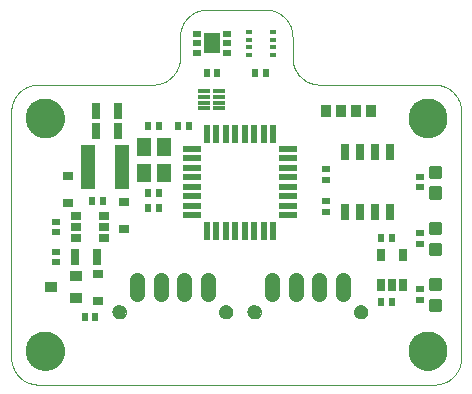
<source format=gts>
G75*
%MOIN*%
%OFA0B0*%
%FSLAX25Y25*%
%IPPOS*%
%LPD*%
%AMOC8*
5,1,8,0,0,1.08239X$1,22.5*
%
%ADD10C,0.00000*%
%ADD11C,0.12998*%
%ADD12R,0.01975X0.02762*%
%ADD13R,0.03156X0.05518*%
%ADD14R,0.03668X0.02880*%
%ADD15R,0.05124X0.14967*%
%ADD16R,0.02762X0.01975*%
%ADD17R,0.06109X0.02369*%
%ADD18R,0.02369X0.06109*%
%ADD19R,0.02900X0.05400*%
%ADD20R,0.03550X0.02880*%
%ADD21R,0.03600X0.03900*%
%ADD22R,0.05124X0.05912*%
%ADD23R,0.03943X0.03550*%
%ADD24C,0.05156*%
%ADD25C,0.04731*%
%ADD26C,0.01561*%
%ADD27R,0.02565X0.01975*%
%ADD28R,0.05321X0.07093*%
%ADD29R,0.02369X0.01778*%
%ADD30R,0.03117X0.04298*%
%ADD31R,0.04337X0.01384*%
D10*
X0014550Y0006924D02*
X0146550Y0006924D01*
X0146767Y0006927D01*
X0146985Y0006935D01*
X0147202Y0006948D01*
X0147419Y0006966D01*
X0147635Y0006990D01*
X0147850Y0007018D01*
X0148065Y0007052D01*
X0148279Y0007092D01*
X0148492Y0007136D01*
X0148704Y0007186D01*
X0148914Y0007240D01*
X0149124Y0007300D01*
X0149331Y0007364D01*
X0149537Y0007434D01*
X0149741Y0007509D01*
X0149944Y0007588D01*
X0150144Y0007673D01*
X0150343Y0007762D01*
X0150539Y0007856D01*
X0150733Y0007955D01*
X0150924Y0008058D01*
X0151113Y0008166D01*
X0151299Y0008279D01*
X0151482Y0008396D01*
X0151663Y0008517D01*
X0151840Y0008643D01*
X0152014Y0008773D01*
X0152186Y0008907D01*
X0152354Y0009045D01*
X0152518Y0009187D01*
X0152679Y0009334D01*
X0152837Y0009484D01*
X0152990Y0009637D01*
X0153140Y0009795D01*
X0153287Y0009956D01*
X0153429Y0010120D01*
X0153567Y0010288D01*
X0153701Y0010460D01*
X0153831Y0010634D01*
X0153957Y0010811D01*
X0154078Y0010992D01*
X0154195Y0011175D01*
X0154308Y0011361D01*
X0154416Y0011550D01*
X0154519Y0011741D01*
X0154618Y0011935D01*
X0154712Y0012131D01*
X0154801Y0012330D01*
X0154886Y0012530D01*
X0154965Y0012733D01*
X0155040Y0012937D01*
X0155110Y0013143D01*
X0155174Y0013350D01*
X0155234Y0013560D01*
X0155288Y0013770D01*
X0155338Y0013982D01*
X0155382Y0014195D01*
X0155422Y0014409D01*
X0155456Y0014624D01*
X0155484Y0014839D01*
X0155508Y0015055D01*
X0155526Y0015272D01*
X0155539Y0015489D01*
X0155547Y0015707D01*
X0155550Y0015924D01*
X0155550Y0097924D01*
X0155547Y0098141D01*
X0155539Y0098359D01*
X0155526Y0098576D01*
X0155508Y0098793D01*
X0155484Y0099009D01*
X0155456Y0099224D01*
X0155422Y0099439D01*
X0155382Y0099653D01*
X0155338Y0099866D01*
X0155288Y0100078D01*
X0155234Y0100288D01*
X0155174Y0100498D01*
X0155110Y0100705D01*
X0155040Y0100911D01*
X0154965Y0101115D01*
X0154886Y0101318D01*
X0154801Y0101518D01*
X0154712Y0101717D01*
X0154618Y0101913D01*
X0154519Y0102107D01*
X0154416Y0102298D01*
X0154308Y0102487D01*
X0154195Y0102673D01*
X0154078Y0102856D01*
X0153957Y0103037D01*
X0153831Y0103214D01*
X0153701Y0103388D01*
X0153567Y0103560D01*
X0153429Y0103728D01*
X0153287Y0103892D01*
X0153140Y0104053D01*
X0152990Y0104211D01*
X0152837Y0104364D01*
X0152679Y0104514D01*
X0152518Y0104661D01*
X0152354Y0104803D01*
X0152186Y0104941D01*
X0152014Y0105075D01*
X0151840Y0105205D01*
X0151663Y0105331D01*
X0151482Y0105452D01*
X0151299Y0105569D01*
X0151113Y0105682D01*
X0150924Y0105790D01*
X0150733Y0105893D01*
X0150539Y0105992D01*
X0150343Y0106086D01*
X0150144Y0106175D01*
X0149944Y0106260D01*
X0149741Y0106339D01*
X0149537Y0106414D01*
X0149331Y0106484D01*
X0149124Y0106548D01*
X0148914Y0106608D01*
X0148704Y0106662D01*
X0148492Y0106712D01*
X0148279Y0106756D01*
X0148065Y0106796D01*
X0147850Y0106830D01*
X0147635Y0106858D01*
X0147419Y0106882D01*
X0147202Y0106900D01*
X0146985Y0106913D01*
X0146767Y0106921D01*
X0146550Y0106924D01*
X0108300Y0106924D01*
X0108083Y0106927D01*
X0107865Y0106935D01*
X0107648Y0106948D01*
X0107431Y0106966D01*
X0107215Y0106990D01*
X0107000Y0107018D01*
X0106785Y0107052D01*
X0106571Y0107092D01*
X0106358Y0107136D01*
X0106146Y0107186D01*
X0105936Y0107240D01*
X0105726Y0107300D01*
X0105519Y0107364D01*
X0105313Y0107434D01*
X0105109Y0107509D01*
X0104906Y0107588D01*
X0104706Y0107673D01*
X0104507Y0107762D01*
X0104311Y0107856D01*
X0104117Y0107955D01*
X0103926Y0108058D01*
X0103737Y0108166D01*
X0103551Y0108279D01*
X0103368Y0108396D01*
X0103187Y0108517D01*
X0103010Y0108643D01*
X0102836Y0108773D01*
X0102664Y0108907D01*
X0102496Y0109045D01*
X0102332Y0109187D01*
X0102171Y0109334D01*
X0102013Y0109484D01*
X0101860Y0109637D01*
X0101710Y0109795D01*
X0101563Y0109956D01*
X0101421Y0110120D01*
X0101283Y0110288D01*
X0101149Y0110460D01*
X0101019Y0110634D01*
X0100893Y0110811D01*
X0100772Y0110992D01*
X0100655Y0111175D01*
X0100542Y0111361D01*
X0100434Y0111550D01*
X0100331Y0111741D01*
X0100232Y0111935D01*
X0100138Y0112131D01*
X0100049Y0112330D01*
X0099964Y0112530D01*
X0099885Y0112733D01*
X0099810Y0112937D01*
X0099740Y0113143D01*
X0099676Y0113350D01*
X0099616Y0113560D01*
X0099562Y0113770D01*
X0099512Y0113982D01*
X0099468Y0114195D01*
X0099428Y0114409D01*
X0099394Y0114624D01*
X0099366Y0114839D01*
X0099342Y0115055D01*
X0099324Y0115272D01*
X0099311Y0115489D01*
X0099303Y0115707D01*
X0099300Y0115924D01*
X0099300Y0122924D01*
X0099297Y0123141D01*
X0099289Y0123359D01*
X0099276Y0123576D01*
X0099258Y0123793D01*
X0099234Y0124009D01*
X0099206Y0124224D01*
X0099172Y0124439D01*
X0099132Y0124653D01*
X0099088Y0124866D01*
X0099038Y0125078D01*
X0098984Y0125288D01*
X0098924Y0125498D01*
X0098860Y0125705D01*
X0098790Y0125911D01*
X0098715Y0126115D01*
X0098636Y0126318D01*
X0098551Y0126518D01*
X0098462Y0126717D01*
X0098368Y0126913D01*
X0098269Y0127107D01*
X0098166Y0127298D01*
X0098058Y0127487D01*
X0097945Y0127673D01*
X0097828Y0127856D01*
X0097707Y0128037D01*
X0097581Y0128214D01*
X0097451Y0128388D01*
X0097317Y0128560D01*
X0097179Y0128728D01*
X0097037Y0128892D01*
X0096890Y0129053D01*
X0096740Y0129211D01*
X0096587Y0129364D01*
X0096429Y0129514D01*
X0096268Y0129661D01*
X0096104Y0129803D01*
X0095936Y0129941D01*
X0095764Y0130075D01*
X0095590Y0130205D01*
X0095413Y0130331D01*
X0095232Y0130452D01*
X0095049Y0130569D01*
X0094863Y0130682D01*
X0094674Y0130790D01*
X0094483Y0130893D01*
X0094289Y0130992D01*
X0094093Y0131086D01*
X0093894Y0131175D01*
X0093694Y0131260D01*
X0093491Y0131339D01*
X0093287Y0131414D01*
X0093081Y0131484D01*
X0092874Y0131548D01*
X0092664Y0131608D01*
X0092454Y0131662D01*
X0092242Y0131712D01*
X0092029Y0131756D01*
X0091815Y0131796D01*
X0091600Y0131830D01*
X0091385Y0131858D01*
X0091169Y0131882D01*
X0090952Y0131900D01*
X0090735Y0131913D01*
X0090517Y0131921D01*
X0090300Y0131924D01*
X0070800Y0131924D01*
X0070583Y0131921D01*
X0070365Y0131913D01*
X0070148Y0131900D01*
X0069931Y0131882D01*
X0069715Y0131858D01*
X0069500Y0131830D01*
X0069285Y0131796D01*
X0069071Y0131756D01*
X0068858Y0131712D01*
X0068646Y0131662D01*
X0068436Y0131608D01*
X0068226Y0131548D01*
X0068019Y0131484D01*
X0067813Y0131414D01*
X0067609Y0131339D01*
X0067406Y0131260D01*
X0067206Y0131175D01*
X0067007Y0131086D01*
X0066811Y0130992D01*
X0066617Y0130893D01*
X0066426Y0130790D01*
X0066237Y0130682D01*
X0066051Y0130569D01*
X0065868Y0130452D01*
X0065687Y0130331D01*
X0065510Y0130205D01*
X0065336Y0130075D01*
X0065164Y0129941D01*
X0064996Y0129803D01*
X0064832Y0129661D01*
X0064671Y0129514D01*
X0064513Y0129364D01*
X0064360Y0129211D01*
X0064210Y0129053D01*
X0064063Y0128892D01*
X0063921Y0128728D01*
X0063783Y0128560D01*
X0063649Y0128388D01*
X0063519Y0128214D01*
X0063393Y0128037D01*
X0063272Y0127856D01*
X0063155Y0127673D01*
X0063042Y0127487D01*
X0062934Y0127298D01*
X0062831Y0127107D01*
X0062732Y0126913D01*
X0062638Y0126717D01*
X0062549Y0126518D01*
X0062464Y0126318D01*
X0062385Y0126115D01*
X0062310Y0125911D01*
X0062240Y0125705D01*
X0062176Y0125498D01*
X0062116Y0125288D01*
X0062062Y0125078D01*
X0062012Y0124866D01*
X0061968Y0124653D01*
X0061928Y0124439D01*
X0061894Y0124224D01*
X0061866Y0124009D01*
X0061842Y0123793D01*
X0061824Y0123576D01*
X0061811Y0123359D01*
X0061803Y0123141D01*
X0061800Y0122924D01*
X0061800Y0115924D01*
X0061797Y0115707D01*
X0061789Y0115489D01*
X0061776Y0115272D01*
X0061758Y0115055D01*
X0061734Y0114839D01*
X0061706Y0114624D01*
X0061672Y0114409D01*
X0061632Y0114195D01*
X0061588Y0113982D01*
X0061538Y0113770D01*
X0061484Y0113560D01*
X0061424Y0113350D01*
X0061360Y0113143D01*
X0061290Y0112937D01*
X0061215Y0112733D01*
X0061136Y0112530D01*
X0061051Y0112330D01*
X0060962Y0112131D01*
X0060868Y0111935D01*
X0060769Y0111741D01*
X0060666Y0111550D01*
X0060558Y0111361D01*
X0060445Y0111175D01*
X0060328Y0110992D01*
X0060207Y0110811D01*
X0060081Y0110634D01*
X0059951Y0110460D01*
X0059817Y0110288D01*
X0059679Y0110120D01*
X0059537Y0109956D01*
X0059390Y0109795D01*
X0059240Y0109637D01*
X0059087Y0109484D01*
X0058929Y0109334D01*
X0058768Y0109187D01*
X0058604Y0109045D01*
X0058436Y0108907D01*
X0058264Y0108773D01*
X0058090Y0108643D01*
X0057913Y0108517D01*
X0057732Y0108396D01*
X0057549Y0108279D01*
X0057363Y0108166D01*
X0057174Y0108058D01*
X0056983Y0107955D01*
X0056789Y0107856D01*
X0056593Y0107762D01*
X0056394Y0107673D01*
X0056194Y0107588D01*
X0055991Y0107509D01*
X0055787Y0107434D01*
X0055581Y0107364D01*
X0055374Y0107300D01*
X0055164Y0107240D01*
X0054954Y0107186D01*
X0054742Y0107136D01*
X0054529Y0107092D01*
X0054315Y0107052D01*
X0054100Y0107018D01*
X0053885Y0106990D01*
X0053669Y0106966D01*
X0053452Y0106948D01*
X0053235Y0106935D01*
X0053017Y0106927D01*
X0052800Y0106924D01*
X0014550Y0106924D01*
X0014333Y0106921D01*
X0014115Y0106913D01*
X0013898Y0106900D01*
X0013681Y0106882D01*
X0013465Y0106858D01*
X0013250Y0106830D01*
X0013035Y0106796D01*
X0012821Y0106756D01*
X0012608Y0106712D01*
X0012396Y0106662D01*
X0012186Y0106608D01*
X0011976Y0106548D01*
X0011769Y0106484D01*
X0011563Y0106414D01*
X0011359Y0106339D01*
X0011156Y0106260D01*
X0010956Y0106175D01*
X0010757Y0106086D01*
X0010561Y0105992D01*
X0010367Y0105893D01*
X0010176Y0105790D01*
X0009987Y0105682D01*
X0009801Y0105569D01*
X0009618Y0105452D01*
X0009437Y0105331D01*
X0009260Y0105205D01*
X0009086Y0105075D01*
X0008914Y0104941D01*
X0008746Y0104803D01*
X0008582Y0104661D01*
X0008421Y0104514D01*
X0008263Y0104364D01*
X0008110Y0104211D01*
X0007960Y0104053D01*
X0007813Y0103892D01*
X0007671Y0103728D01*
X0007533Y0103560D01*
X0007399Y0103388D01*
X0007269Y0103214D01*
X0007143Y0103037D01*
X0007022Y0102856D01*
X0006905Y0102673D01*
X0006792Y0102487D01*
X0006684Y0102298D01*
X0006581Y0102107D01*
X0006482Y0101913D01*
X0006388Y0101717D01*
X0006299Y0101518D01*
X0006214Y0101318D01*
X0006135Y0101115D01*
X0006060Y0100911D01*
X0005990Y0100705D01*
X0005926Y0100498D01*
X0005866Y0100288D01*
X0005812Y0100078D01*
X0005762Y0099866D01*
X0005718Y0099653D01*
X0005678Y0099439D01*
X0005644Y0099224D01*
X0005616Y0099009D01*
X0005592Y0098793D01*
X0005574Y0098576D01*
X0005561Y0098359D01*
X0005553Y0098141D01*
X0005550Y0097924D01*
X0005550Y0015924D01*
X0005553Y0015707D01*
X0005561Y0015489D01*
X0005574Y0015272D01*
X0005592Y0015055D01*
X0005616Y0014839D01*
X0005644Y0014624D01*
X0005678Y0014409D01*
X0005718Y0014195D01*
X0005762Y0013982D01*
X0005812Y0013770D01*
X0005866Y0013560D01*
X0005926Y0013350D01*
X0005990Y0013143D01*
X0006060Y0012937D01*
X0006135Y0012733D01*
X0006214Y0012530D01*
X0006299Y0012330D01*
X0006388Y0012131D01*
X0006482Y0011935D01*
X0006581Y0011741D01*
X0006684Y0011550D01*
X0006792Y0011361D01*
X0006905Y0011175D01*
X0007022Y0010992D01*
X0007143Y0010811D01*
X0007269Y0010634D01*
X0007399Y0010460D01*
X0007533Y0010288D01*
X0007671Y0010120D01*
X0007813Y0009956D01*
X0007960Y0009795D01*
X0008110Y0009637D01*
X0008263Y0009484D01*
X0008421Y0009334D01*
X0008582Y0009187D01*
X0008746Y0009045D01*
X0008914Y0008907D01*
X0009086Y0008773D01*
X0009260Y0008643D01*
X0009437Y0008517D01*
X0009618Y0008396D01*
X0009801Y0008279D01*
X0009987Y0008166D01*
X0010176Y0008058D01*
X0010367Y0007955D01*
X0010561Y0007856D01*
X0010757Y0007762D01*
X0010956Y0007673D01*
X0011156Y0007588D01*
X0011359Y0007509D01*
X0011563Y0007434D01*
X0011769Y0007364D01*
X0011976Y0007300D01*
X0012186Y0007240D01*
X0012396Y0007186D01*
X0012608Y0007136D01*
X0012821Y0007092D01*
X0013035Y0007052D01*
X0013250Y0007018D01*
X0013465Y0006990D01*
X0013681Y0006966D01*
X0013898Y0006948D01*
X0014115Y0006935D01*
X0014333Y0006927D01*
X0014550Y0006924D01*
X0010501Y0018174D02*
X0010503Y0018332D01*
X0010509Y0018490D01*
X0010519Y0018648D01*
X0010533Y0018806D01*
X0010551Y0018963D01*
X0010572Y0019120D01*
X0010598Y0019276D01*
X0010628Y0019432D01*
X0010661Y0019587D01*
X0010699Y0019740D01*
X0010740Y0019893D01*
X0010785Y0020045D01*
X0010834Y0020196D01*
X0010887Y0020345D01*
X0010943Y0020493D01*
X0011003Y0020639D01*
X0011067Y0020784D01*
X0011135Y0020927D01*
X0011206Y0021069D01*
X0011280Y0021209D01*
X0011358Y0021346D01*
X0011440Y0021482D01*
X0011524Y0021616D01*
X0011613Y0021747D01*
X0011704Y0021876D01*
X0011799Y0022003D01*
X0011896Y0022128D01*
X0011997Y0022250D01*
X0012101Y0022369D01*
X0012208Y0022486D01*
X0012318Y0022600D01*
X0012431Y0022711D01*
X0012546Y0022820D01*
X0012664Y0022925D01*
X0012785Y0023027D01*
X0012908Y0023127D01*
X0013034Y0023223D01*
X0013162Y0023316D01*
X0013292Y0023406D01*
X0013425Y0023492D01*
X0013560Y0023576D01*
X0013696Y0023655D01*
X0013835Y0023732D01*
X0013976Y0023804D01*
X0014118Y0023874D01*
X0014262Y0023939D01*
X0014408Y0024001D01*
X0014555Y0024059D01*
X0014704Y0024114D01*
X0014854Y0024165D01*
X0015005Y0024212D01*
X0015157Y0024255D01*
X0015310Y0024294D01*
X0015465Y0024330D01*
X0015620Y0024361D01*
X0015776Y0024389D01*
X0015932Y0024413D01*
X0016089Y0024433D01*
X0016247Y0024449D01*
X0016404Y0024461D01*
X0016563Y0024469D01*
X0016721Y0024473D01*
X0016879Y0024473D01*
X0017037Y0024469D01*
X0017196Y0024461D01*
X0017353Y0024449D01*
X0017511Y0024433D01*
X0017668Y0024413D01*
X0017824Y0024389D01*
X0017980Y0024361D01*
X0018135Y0024330D01*
X0018290Y0024294D01*
X0018443Y0024255D01*
X0018595Y0024212D01*
X0018746Y0024165D01*
X0018896Y0024114D01*
X0019045Y0024059D01*
X0019192Y0024001D01*
X0019338Y0023939D01*
X0019482Y0023874D01*
X0019624Y0023804D01*
X0019765Y0023732D01*
X0019904Y0023655D01*
X0020040Y0023576D01*
X0020175Y0023492D01*
X0020308Y0023406D01*
X0020438Y0023316D01*
X0020566Y0023223D01*
X0020692Y0023127D01*
X0020815Y0023027D01*
X0020936Y0022925D01*
X0021054Y0022820D01*
X0021169Y0022711D01*
X0021282Y0022600D01*
X0021392Y0022486D01*
X0021499Y0022369D01*
X0021603Y0022250D01*
X0021704Y0022128D01*
X0021801Y0022003D01*
X0021896Y0021876D01*
X0021987Y0021747D01*
X0022076Y0021616D01*
X0022160Y0021482D01*
X0022242Y0021346D01*
X0022320Y0021209D01*
X0022394Y0021069D01*
X0022465Y0020927D01*
X0022533Y0020784D01*
X0022597Y0020639D01*
X0022657Y0020493D01*
X0022713Y0020345D01*
X0022766Y0020196D01*
X0022815Y0020045D01*
X0022860Y0019893D01*
X0022901Y0019740D01*
X0022939Y0019587D01*
X0022972Y0019432D01*
X0023002Y0019276D01*
X0023028Y0019120D01*
X0023049Y0018963D01*
X0023067Y0018806D01*
X0023081Y0018648D01*
X0023091Y0018490D01*
X0023097Y0018332D01*
X0023099Y0018174D01*
X0023097Y0018016D01*
X0023091Y0017858D01*
X0023081Y0017700D01*
X0023067Y0017542D01*
X0023049Y0017385D01*
X0023028Y0017228D01*
X0023002Y0017072D01*
X0022972Y0016916D01*
X0022939Y0016761D01*
X0022901Y0016608D01*
X0022860Y0016455D01*
X0022815Y0016303D01*
X0022766Y0016152D01*
X0022713Y0016003D01*
X0022657Y0015855D01*
X0022597Y0015709D01*
X0022533Y0015564D01*
X0022465Y0015421D01*
X0022394Y0015279D01*
X0022320Y0015139D01*
X0022242Y0015002D01*
X0022160Y0014866D01*
X0022076Y0014732D01*
X0021987Y0014601D01*
X0021896Y0014472D01*
X0021801Y0014345D01*
X0021704Y0014220D01*
X0021603Y0014098D01*
X0021499Y0013979D01*
X0021392Y0013862D01*
X0021282Y0013748D01*
X0021169Y0013637D01*
X0021054Y0013528D01*
X0020936Y0013423D01*
X0020815Y0013321D01*
X0020692Y0013221D01*
X0020566Y0013125D01*
X0020438Y0013032D01*
X0020308Y0012942D01*
X0020175Y0012856D01*
X0020040Y0012772D01*
X0019904Y0012693D01*
X0019765Y0012616D01*
X0019624Y0012544D01*
X0019482Y0012474D01*
X0019338Y0012409D01*
X0019192Y0012347D01*
X0019045Y0012289D01*
X0018896Y0012234D01*
X0018746Y0012183D01*
X0018595Y0012136D01*
X0018443Y0012093D01*
X0018290Y0012054D01*
X0018135Y0012018D01*
X0017980Y0011987D01*
X0017824Y0011959D01*
X0017668Y0011935D01*
X0017511Y0011915D01*
X0017353Y0011899D01*
X0017196Y0011887D01*
X0017037Y0011879D01*
X0016879Y0011875D01*
X0016721Y0011875D01*
X0016563Y0011879D01*
X0016404Y0011887D01*
X0016247Y0011899D01*
X0016089Y0011915D01*
X0015932Y0011935D01*
X0015776Y0011959D01*
X0015620Y0011987D01*
X0015465Y0012018D01*
X0015310Y0012054D01*
X0015157Y0012093D01*
X0015005Y0012136D01*
X0014854Y0012183D01*
X0014704Y0012234D01*
X0014555Y0012289D01*
X0014408Y0012347D01*
X0014262Y0012409D01*
X0014118Y0012474D01*
X0013976Y0012544D01*
X0013835Y0012616D01*
X0013696Y0012693D01*
X0013560Y0012772D01*
X0013425Y0012856D01*
X0013292Y0012942D01*
X0013162Y0013032D01*
X0013034Y0013125D01*
X0012908Y0013221D01*
X0012785Y0013321D01*
X0012664Y0013423D01*
X0012546Y0013528D01*
X0012431Y0013637D01*
X0012318Y0013748D01*
X0012208Y0013862D01*
X0012101Y0013979D01*
X0011997Y0014098D01*
X0011896Y0014220D01*
X0011799Y0014345D01*
X0011704Y0014472D01*
X0011613Y0014601D01*
X0011524Y0014732D01*
X0011440Y0014866D01*
X0011358Y0015002D01*
X0011280Y0015139D01*
X0011206Y0015279D01*
X0011135Y0015421D01*
X0011067Y0015564D01*
X0011003Y0015709D01*
X0010943Y0015855D01*
X0010887Y0016003D01*
X0010834Y0016152D01*
X0010785Y0016303D01*
X0010740Y0016455D01*
X0010699Y0016608D01*
X0010661Y0016761D01*
X0010628Y0016916D01*
X0010598Y0017072D01*
X0010572Y0017228D01*
X0010551Y0017385D01*
X0010533Y0017542D01*
X0010519Y0017700D01*
X0010509Y0017858D01*
X0010503Y0018016D01*
X0010501Y0018174D01*
X0039418Y0031156D02*
X0039420Y0031249D01*
X0039426Y0031341D01*
X0039436Y0031433D01*
X0039450Y0031524D01*
X0039467Y0031615D01*
X0039489Y0031705D01*
X0039514Y0031794D01*
X0039543Y0031882D01*
X0039576Y0031968D01*
X0039613Y0032053D01*
X0039653Y0032137D01*
X0039697Y0032218D01*
X0039744Y0032298D01*
X0039794Y0032376D01*
X0039848Y0032451D01*
X0039905Y0032524D01*
X0039965Y0032594D01*
X0040028Y0032662D01*
X0040094Y0032727D01*
X0040162Y0032789D01*
X0040233Y0032849D01*
X0040307Y0032905D01*
X0040383Y0032958D01*
X0040461Y0033007D01*
X0040541Y0033054D01*
X0040623Y0033096D01*
X0040707Y0033136D01*
X0040792Y0033171D01*
X0040879Y0033203D01*
X0040967Y0033232D01*
X0041056Y0033256D01*
X0041146Y0033277D01*
X0041237Y0033293D01*
X0041329Y0033306D01*
X0041421Y0033315D01*
X0041514Y0033320D01*
X0041606Y0033321D01*
X0041699Y0033318D01*
X0041791Y0033311D01*
X0041883Y0033300D01*
X0041974Y0033285D01*
X0042065Y0033267D01*
X0042155Y0033244D01*
X0042243Y0033218D01*
X0042331Y0033188D01*
X0042417Y0033154D01*
X0042501Y0033117D01*
X0042584Y0033075D01*
X0042665Y0033031D01*
X0042745Y0032983D01*
X0042822Y0032932D01*
X0042896Y0032877D01*
X0042969Y0032819D01*
X0043039Y0032759D01*
X0043106Y0032695D01*
X0043170Y0032629D01*
X0043232Y0032559D01*
X0043290Y0032488D01*
X0043345Y0032414D01*
X0043397Y0032337D01*
X0043446Y0032258D01*
X0043492Y0032178D01*
X0043534Y0032095D01*
X0043572Y0032011D01*
X0043607Y0031925D01*
X0043638Y0031838D01*
X0043665Y0031750D01*
X0043688Y0031660D01*
X0043708Y0031570D01*
X0043724Y0031479D01*
X0043736Y0031387D01*
X0043744Y0031295D01*
X0043748Y0031202D01*
X0043748Y0031110D01*
X0043744Y0031017D01*
X0043736Y0030925D01*
X0043724Y0030833D01*
X0043708Y0030742D01*
X0043688Y0030652D01*
X0043665Y0030562D01*
X0043638Y0030474D01*
X0043607Y0030387D01*
X0043572Y0030301D01*
X0043534Y0030217D01*
X0043492Y0030134D01*
X0043446Y0030054D01*
X0043397Y0029975D01*
X0043345Y0029898D01*
X0043290Y0029824D01*
X0043232Y0029753D01*
X0043170Y0029683D01*
X0043106Y0029617D01*
X0043039Y0029553D01*
X0042969Y0029493D01*
X0042896Y0029435D01*
X0042822Y0029380D01*
X0042745Y0029329D01*
X0042666Y0029281D01*
X0042584Y0029237D01*
X0042501Y0029195D01*
X0042417Y0029158D01*
X0042331Y0029124D01*
X0042243Y0029094D01*
X0042155Y0029068D01*
X0042065Y0029045D01*
X0041974Y0029027D01*
X0041883Y0029012D01*
X0041791Y0029001D01*
X0041699Y0028994D01*
X0041606Y0028991D01*
X0041514Y0028992D01*
X0041421Y0028997D01*
X0041329Y0029006D01*
X0041237Y0029019D01*
X0041146Y0029035D01*
X0041056Y0029056D01*
X0040967Y0029080D01*
X0040879Y0029109D01*
X0040792Y0029141D01*
X0040707Y0029176D01*
X0040623Y0029216D01*
X0040541Y0029258D01*
X0040461Y0029305D01*
X0040383Y0029354D01*
X0040307Y0029407D01*
X0040233Y0029463D01*
X0040162Y0029523D01*
X0040094Y0029585D01*
X0040028Y0029650D01*
X0039965Y0029718D01*
X0039905Y0029788D01*
X0039848Y0029861D01*
X0039794Y0029936D01*
X0039744Y0030014D01*
X0039697Y0030094D01*
X0039653Y0030175D01*
X0039613Y0030259D01*
X0039576Y0030344D01*
X0039543Y0030430D01*
X0039514Y0030518D01*
X0039489Y0030607D01*
X0039467Y0030697D01*
X0039450Y0030788D01*
X0039436Y0030879D01*
X0039426Y0030971D01*
X0039420Y0031063D01*
X0039418Y0031156D01*
X0074852Y0031156D02*
X0074854Y0031249D01*
X0074860Y0031341D01*
X0074870Y0031433D01*
X0074884Y0031524D01*
X0074901Y0031615D01*
X0074923Y0031705D01*
X0074948Y0031794D01*
X0074977Y0031882D01*
X0075010Y0031968D01*
X0075047Y0032053D01*
X0075087Y0032137D01*
X0075131Y0032218D01*
X0075178Y0032298D01*
X0075228Y0032376D01*
X0075282Y0032451D01*
X0075339Y0032524D01*
X0075399Y0032594D01*
X0075462Y0032662D01*
X0075528Y0032727D01*
X0075596Y0032789D01*
X0075667Y0032849D01*
X0075741Y0032905D01*
X0075817Y0032958D01*
X0075895Y0033007D01*
X0075975Y0033054D01*
X0076057Y0033096D01*
X0076141Y0033136D01*
X0076226Y0033171D01*
X0076313Y0033203D01*
X0076401Y0033232D01*
X0076490Y0033256D01*
X0076580Y0033277D01*
X0076671Y0033293D01*
X0076763Y0033306D01*
X0076855Y0033315D01*
X0076948Y0033320D01*
X0077040Y0033321D01*
X0077133Y0033318D01*
X0077225Y0033311D01*
X0077317Y0033300D01*
X0077408Y0033285D01*
X0077499Y0033267D01*
X0077589Y0033244D01*
X0077677Y0033218D01*
X0077765Y0033188D01*
X0077851Y0033154D01*
X0077935Y0033117D01*
X0078018Y0033075D01*
X0078099Y0033031D01*
X0078179Y0032983D01*
X0078256Y0032932D01*
X0078330Y0032877D01*
X0078403Y0032819D01*
X0078473Y0032759D01*
X0078540Y0032695D01*
X0078604Y0032629D01*
X0078666Y0032559D01*
X0078724Y0032488D01*
X0078779Y0032414D01*
X0078831Y0032337D01*
X0078880Y0032258D01*
X0078926Y0032178D01*
X0078968Y0032095D01*
X0079006Y0032011D01*
X0079041Y0031925D01*
X0079072Y0031838D01*
X0079099Y0031750D01*
X0079122Y0031660D01*
X0079142Y0031570D01*
X0079158Y0031479D01*
X0079170Y0031387D01*
X0079178Y0031295D01*
X0079182Y0031202D01*
X0079182Y0031110D01*
X0079178Y0031017D01*
X0079170Y0030925D01*
X0079158Y0030833D01*
X0079142Y0030742D01*
X0079122Y0030652D01*
X0079099Y0030562D01*
X0079072Y0030474D01*
X0079041Y0030387D01*
X0079006Y0030301D01*
X0078968Y0030217D01*
X0078926Y0030134D01*
X0078880Y0030054D01*
X0078831Y0029975D01*
X0078779Y0029898D01*
X0078724Y0029824D01*
X0078666Y0029753D01*
X0078604Y0029683D01*
X0078540Y0029617D01*
X0078473Y0029553D01*
X0078403Y0029493D01*
X0078330Y0029435D01*
X0078256Y0029380D01*
X0078179Y0029329D01*
X0078100Y0029281D01*
X0078018Y0029237D01*
X0077935Y0029195D01*
X0077851Y0029158D01*
X0077765Y0029124D01*
X0077677Y0029094D01*
X0077589Y0029068D01*
X0077499Y0029045D01*
X0077408Y0029027D01*
X0077317Y0029012D01*
X0077225Y0029001D01*
X0077133Y0028994D01*
X0077040Y0028991D01*
X0076948Y0028992D01*
X0076855Y0028997D01*
X0076763Y0029006D01*
X0076671Y0029019D01*
X0076580Y0029035D01*
X0076490Y0029056D01*
X0076401Y0029080D01*
X0076313Y0029109D01*
X0076226Y0029141D01*
X0076141Y0029176D01*
X0076057Y0029216D01*
X0075975Y0029258D01*
X0075895Y0029305D01*
X0075817Y0029354D01*
X0075741Y0029407D01*
X0075667Y0029463D01*
X0075596Y0029523D01*
X0075528Y0029585D01*
X0075462Y0029650D01*
X0075399Y0029718D01*
X0075339Y0029788D01*
X0075282Y0029861D01*
X0075228Y0029936D01*
X0075178Y0030014D01*
X0075131Y0030094D01*
X0075087Y0030175D01*
X0075047Y0030259D01*
X0075010Y0030344D01*
X0074977Y0030430D01*
X0074948Y0030518D01*
X0074923Y0030607D01*
X0074901Y0030697D01*
X0074884Y0030788D01*
X0074870Y0030879D01*
X0074860Y0030971D01*
X0074854Y0031063D01*
X0074852Y0031156D01*
X0084418Y0031156D02*
X0084420Y0031249D01*
X0084426Y0031341D01*
X0084436Y0031433D01*
X0084450Y0031524D01*
X0084467Y0031615D01*
X0084489Y0031705D01*
X0084514Y0031794D01*
X0084543Y0031882D01*
X0084576Y0031968D01*
X0084613Y0032053D01*
X0084653Y0032137D01*
X0084697Y0032218D01*
X0084744Y0032298D01*
X0084794Y0032376D01*
X0084848Y0032451D01*
X0084905Y0032524D01*
X0084965Y0032594D01*
X0085028Y0032662D01*
X0085094Y0032727D01*
X0085162Y0032789D01*
X0085233Y0032849D01*
X0085307Y0032905D01*
X0085383Y0032958D01*
X0085461Y0033007D01*
X0085541Y0033054D01*
X0085623Y0033096D01*
X0085707Y0033136D01*
X0085792Y0033171D01*
X0085879Y0033203D01*
X0085967Y0033232D01*
X0086056Y0033256D01*
X0086146Y0033277D01*
X0086237Y0033293D01*
X0086329Y0033306D01*
X0086421Y0033315D01*
X0086514Y0033320D01*
X0086606Y0033321D01*
X0086699Y0033318D01*
X0086791Y0033311D01*
X0086883Y0033300D01*
X0086974Y0033285D01*
X0087065Y0033267D01*
X0087155Y0033244D01*
X0087243Y0033218D01*
X0087331Y0033188D01*
X0087417Y0033154D01*
X0087501Y0033117D01*
X0087584Y0033075D01*
X0087665Y0033031D01*
X0087745Y0032983D01*
X0087822Y0032932D01*
X0087896Y0032877D01*
X0087969Y0032819D01*
X0088039Y0032759D01*
X0088106Y0032695D01*
X0088170Y0032629D01*
X0088232Y0032559D01*
X0088290Y0032488D01*
X0088345Y0032414D01*
X0088397Y0032337D01*
X0088446Y0032258D01*
X0088492Y0032178D01*
X0088534Y0032095D01*
X0088572Y0032011D01*
X0088607Y0031925D01*
X0088638Y0031838D01*
X0088665Y0031750D01*
X0088688Y0031660D01*
X0088708Y0031570D01*
X0088724Y0031479D01*
X0088736Y0031387D01*
X0088744Y0031295D01*
X0088748Y0031202D01*
X0088748Y0031110D01*
X0088744Y0031017D01*
X0088736Y0030925D01*
X0088724Y0030833D01*
X0088708Y0030742D01*
X0088688Y0030652D01*
X0088665Y0030562D01*
X0088638Y0030474D01*
X0088607Y0030387D01*
X0088572Y0030301D01*
X0088534Y0030217D01*
X0088492Y0030134D01*
X0088446Y0030054D01*
X0088397Y0029975D01*
X0088345Y0029898D01*
X0088290Y0029824D01*
X0088232Y0029753D01*
X0088170Y0029683D01*
X0088106Y0029617D01*
X0088039Y0029553D01*
X0087969Y0029493D01*
X0087896Y0029435D01*
X0087822Y0029380D01*
X0087745Y0029329D01*
X0087666Y0029281D01*
X0087584Y0029237D01*
X0087501Y0029195D01*
X0087417Y0029158D01*
X0087331Y0029124D01*
X0087243Y0029094D01*
X0087155Y0029068D01*
X0087065Y0029045D01*
X0086974Y0029027D01*
X0086883Y0029012D01*
X0086791Y0029001D01*
X0086699Y0028994D01*
X0086606Y0028991D01*
X0086514Y0028992D01*
X0086421Y0028997D01*
X0086329Y0029006D01*
X0086237Y0029019D01*
X0086146Y0029035D01*
X0086056Y0029056D01*
X0085967Y0029080D01*
X0085879Y0029109D01*
X0085792Y0029141D01*
X0085707Y0029176D01*
X0085623Y0029216D01*
X0085541Y0029258D01*
X0085461Y0029305D01*
X0085383Y0029354D01*
X0085307Y0029407D01*
X0085233Y0029463D01*
X0085162Y0029523D01*
X0085094Y0029585D01*
X0085028Y0029650D01*
X0084965Y0029718D01*
X0084905Y0029788D01*
X0084848Y0029861D01*
X0084794Y0029936D01*
X0084744Y0030014D01*
X0084697Y0030094D01*
X0084653Y0030175D01*
X0084613Y0030259D01*
X0084576Y0030344D01*
X0084543Y0030430D01*
X0084514Y0030518D01*
X0084489Y0030607D01*
X0084467Y0030697D01*
X0084450Y0030788D01*
X0084436Y0030879D01*
X0084426Y0030971D01*
X0084420Y0031063D01*
X0084418Y0031156D01*
X0119852Y0031156D02*
X0119854Y0031249D01*
X0119860Y0031341D01*
X0119870Y0031433D01*
X0119884Y0031524D01*
X0119901Y0031615D01*
X0119923Y0031705D01*
X0119948Y0031794D01*
X0119977Y0031882D01*
X0120010Y0031968D01*
X0120047Y0032053D01*
X0120087Y0032137D01*
X0120131Y0032218D01*
X0120178Y0032298D01*
X0120228Y0032376D01*
X0120282Y0032451D01*
X0120339Y0032524D01*
X0120399Y0032594D01*
X0120462Y0032662D01*
X0120528Y0032727D01*
X0120596Y0032789D01*
X0120667Y0032849D01*
X0120741Y0032905D01*
X0120817Y0032958D01*
X0120895Y0033007D01*
X0120975Y0033054D01*
X0121057Y0033096D01*
X0121141Y0033136D01*
X0121226Y0033171D01*
X0121313Y0033203D01*
X0121401Y0033232D01*
X0121490Y0033256D01*
X0121580Y0033277D01*
X0121671Y0033293D01*
X0121763Y0033306D01*
X0121855Y0033315D01*
X0121948Y0033320D01*
X0122040Y0033321D01*
X0122133Y0033318D01*
X0122225Y0033311D01*
X0122317Y0033300D01*
X0122408Y0033285D01*
X0122499Y0033267D01*
X0122589Y0033244D01*
X0122677Y0033218D01*
X0122765Y0033188D01*
X0122851Y0033154D01*
X0122935Y0033117D01*
X0123018Y0033075D01*
X0123099Y0033031D01*
X0123179Y0032983D01*
X0123256Y0032932D01*
X0123330Y0032877D01*
X0123403Y0032819D01*
X0123473Y0032759D01*
X0123540Y0032695D01*
X0123604Y0032629D01*
X0123666Y0032559D01*
X0123724Y0032488D01*
X0123779Y0032414D01*
X0123831Y0032337D01*
X0123880Y0032258D01*
X0123926Y0032178D01*
X0123968Y0032095D01*
X0124006Y0032011D01*
X0124041Y0031925D01*
X0124072Y0031838D01*
X0124099Y0031750D01*
X0124122Y0031660D01*
X0124142Y0031570D01*
X0124158Y0031479D01*
X0124170Y0031387D01*
X0124178Y0031295D01*
X0124182Y0031202D01*
X0124182Y0031110D01*
X0124178Y0031017D01*
X0124170Y0030925D01*
X0124158Y0030833D01*
X0124142Y0030742D01*
X0124122Y0030652D01*
X0124099Y0030562D01*
X0124072Y0030474D01*
X0124041Y0030387D01*
X0124006Y0030301D01*
X0123968Y0030217D01*
X0123926Y0030134D01*
X0123880Y0030054D01*
X0123831Y0029975D01*
X0123779Y0029898D01*
X0123724Y0029824D01*
X0123666Y0029753D01*
X0123604Y0029683D01*
X0123540Y0029617D01*
X0123473Y0029553D01*
X0123403Y0029493D01*
X0123330Y0029435D01*
X0123256Y0029380D01*
X0123179Y0029329D01*
X0123100Y0029281D01*
X0123018Y0029237D01*
X0122935Y0029195D01*
X0122851Y0029158D01*
X0122765Y0029124D01*
X0122677Y0029094D01*
X0122589Y0029068D01*
X0122499Y0029045D01*
X0122408Y0029027D01*
X0122317Y0029012D01*
X0122225Y0029001D01*
X0122133Y0028994D01*
X0122040Y0028991D01*
X0121948Y0028992D01*
X0121855Y0028997D01*
X0121763Y0029006D01*
X0121671Y0029019D01*
X0121580Y0029035D01*
X0121490Y0029056D01*
X0121401Y0029080D01*
X0121313Y0029109D01*
X0121226Y0029141D01*
X0121141Y0029176D01*
X0121057Y0029216D01*
X0120975Y0029258D01*
X0120895Y0029305D01*
X0120817Y0029354D01*
X0120741Y0029407D01*
X0120667Y0029463D01*
X0120596Y0029523D01*
X0120528Y0029585D01*
X0120462Y0029650D01*
X0120399Y0029718D01*
X0120339Y0029788D01*
X0120282Y0029861D01*
X0120228Y0029936D01*
X0120178Y0030014D01*
X0120131Y0030094D01*
X0120087Y0030175D01*
X0120047Y0030259D01*
X0120010Y0030344D01*
X0119977Y0030430D01*
X0119948Y0030518D01*
X0119923Y0030607D01*
X0119901Y0030697D01*
X0119884Y0030788D01*
X0119870Y0030879D01*
X0119860Y0030971D01*
X0119854Y0031063D01*
X0119852Y0031156D01*
X0138001Y0018174D02*
X0138003Y0018332D01*
X0138009Y0018490D01*
X0138019Y0018648D01*
X0138033Y0018806D01*
X0138051Y0018963D01*
X0138072Y0019120D01*
X0138098Y0019276D01*
X0138128Y0019432D01*
X0138161Y0019587D01*
X0138199Y0019740D01*
X0138240Y0019893D01*
X0138285Y0020045D01*
X0138334Y0020196D01*
X0138387Y0020345D01*
X0138443Y0020493D01*
X0138503Y0020639D01*
X0138567Y0020784D01*
X0138635Y0020927D01*
X0138706Y0021069D01*
X0138780Y0021209D01*
X0138858Y0021346D01*
X0138940Y0021482D01*
X0139024Y0021616D01*
X0139113Y0021747D01*
X0139204Y0021876D01*
X0139299Y0022003D01*
X0139396Y0022128D01*
X0139497Y0022250D01*
X0139601Y0022369D01*
X0139708Y0022486D01*
X0139818Y0022600D01*
X0139931Y0022711D01*
X0140046Y0022820D01*
X0140164Y0022925D01*
X0140285Y0023027D01*
X0140408Y0023127D01*
X0140534Y0023223D01*
X0140662Y0023316D01*
X0140792Y0023406D01*
X0140925Y0023492D01*
X0141060Y0023576D01*
X0141196Y0023655D01*
X0141335Y0023732D01*
X0141476Y0023804D01*
X0141618Y0023874D01*
X0141762Y0023939D01*
X0141908Y0024001D01*
X0142055Y0024059D01*
X0142204Y0024114D01*
X0142354Y0024165D01*
X0142505Y0024212D01*
X0142657Y0024255D01*
X0142810Y0024294D01*
X0142965Y0024330D01*
X0143120Y0024361D01*
X0143276Y0024389D01*
X0143432Y0024413D01*
X0143589Y0024433D01*
X0143747Y0024449D01*
X0143904Y0024461D01*
X0144063Y0024469D01*
X0144221Y0024473D01*
X0144379Y0024473D01*
X0144537Y0024469D01*
X0144696Y0024461D01*
X0144853Y0024449D01*
X0145011Y0024433D01*
X0145168Y0024413D01*
X0145324Y0024389D01*
X0145480Y0024361D01*
X0145635Y0024330D01*
X0145790Y0024294D01*
X0145943Y0024255D01*
X0146095Y0024212D01*
X0146246Y0024165D01*
X0146396Y0024114D01*
X0146545Y0024059D01*
X0146692Y0024001D01*
X0146838Y0023939D01*
X0146982Y0023874D01*
X0147124Y0023804D01*
X0147265Y0023732D01*
X0147404Y0023655D01*
X0147540Y0023576D01*
X0147675Y0023492D01*
X0147808Y0023406D01*
X0147938Y0023316D01*
X0148066Y0023223D01*
X0148192Y0023127D01*
X0148315Y0023027D01*
X0148436Y0022925D01*
X0148554Y0022820D01*
X0148669Y0022711D01*
X0148782Y0022600D01*
X0148892Y0022486D01*
X0148999Y0022369D01*
X0149103Y0022250D01*
X0149204Y0022128D01*
X0149301Y0022003D01*
X0149396Y0021876D01*
X0149487Y0021747D01*
X0149576Y0021616D01*
X0149660Y0021482D01*
X0149742Y0021346D01*
X0149820Y0021209D01*
X0149894Y0021069D01*
X0149965Y0020927D01*
X0150033Y0020784D01*
X0150097Y0020639D01*
X0150157Y0020493D01*
X0150213Y0020345D01*
X0150266Y0020196D01*
X0150315Y0020045D01*
X0150360Y0019893D01*
X0150401Y0019740D01*
X0150439Y0019587D01*
X0150472Y0019432D01*
X0150502Y0019276D01*
X0150528Y0019120D01*
X0150549Y0018963D01*
X0150567Y0018806D01*
X0150581Y0018648D01*
X0150591Y0018490D01*
X0150597Y0018332D01*
X0150599Y0018174D01*
X0150597Y0018016D01*
X0150591Y0017858D01*
X0150581Y0017700D01*
X0150567Y0017542D01*
X0150549Y0017385D01*
X0150528Y0017228D01*
X0150502Y0017072D01*
X0150472Y0016916D01*
X0150439Y0016761D01*
X0150401Y0016608D01*
X0150360Y0016455D01*
X0150315Y0016303D01*
X0150266Y0016152D01*
X0150213Y0016003D01*
X0150157Y0015855D01*
X0150097Y0015709D01*
X0150033Y0015564D01*
X0149965Y0015421D01*
X0149894Y0015279D01*
X0149820Y0015139D01*
X0149742Y0015002D01*
X0149660Y0014866D01*
X0149576Y0014732D01*
X0149487Y0014601D01*
X0149396Y0014472D01*
X0149301Y0014345D01*
X0149204Y0014220D01*
X0149103Y0014098D01*
X0148999Y0013979D01*
X0148892Y0013862D01*
X0148782Y0013748D01*
X0148669Y0013637D01*
X0148554Y0013528D01*
X0148436Y0013423D01*
X0148315Y0013321D01*
X0148192Y0013221D01*
X0148066Y0013125D01*
X0147938Y0013032D01*
X0147808Y0012942D01*
X0147675Y0012856D01*
X0147540Y0012772D01*
X0147404Y0012693D01*
X0147265Y0012616D01*
X0147124Y0012544D01*
X0146982Y0012474D01*
X0146838Y0012409D01*
X0146692Y0012347D01*
X0146545Y0012289D01*
X0146396Y0012234D01*
X0146246Y0012183D01*
X0146095Y0012136D01*
X0145943Y0012093D01*
X0145790Y0012054D01*
X0145635Y0012018D01*
X0145480Y0011987D01*
X0145324Y0011959D01*
X0145168Y0011935D01*
X0145011Y0011915D01*
X0144853Y0011899D01*
X0144696Y0011887D01*
X0144537Y0011879D01*
X0144379Y0011875D01*
X0144221Y0011875D01*
X0144063Y0011879D01*
X0143904Y0011887D01*
X0143747Y0011899D01*
X0143589Y0011915D01*
X0143432Y0011935D01*
X0143276Y0011959D01*
X0143120Y0011987D01*
X0142965Y0012018D01*
X0142810Y0012054D01*
X0142657Y0012093D01*
X0142505Y0012136D01*
X0142354Y0012183D01*
X0142204Y0012234D01*
X0142055Y0012289D01*
X0141908Y0012347D01*
X0141762Y0012409D01*
X0141618Y0012474D01*
X0141476Y0012544D01*
X0141335Y0012616D01*
X0141196Y0012693D01*
X0141060Y0012772D01*
X0140925Y0012856D01*
X0140792Y0012942D01*
X0140662Y0013032D01*
X0140534Y0013125D01*
X0140408Y0013221D01*
X0140285Y0013321D01*
X0140164Y0013423D01*
X0140046Y0013528D01*
X0139931Y0013637D01*
X0139818Y0013748D01*
X0139708Y0013862D01*
X0139601Y0013979D01*
X0139497Y0014098D01*
X0139396Y0014220D01*
X0139299Y0014345D01*
X0139204Y0014472D01*
X0139113Y0014601D01*
X0139024Y0014732D01*
X0138940Y0014866D01*
X0138858Y0015002D01*
X0138780Y0015139D01*
X0138706Y0015279D01*
X0138635Y0015421D01*
X0138567Y0015564D01*
X0138503Y0015709D01*
X0138443Y0015855D01*
X0138387Y0016003D01*
X0138334Y0016152D01*
X0138285Y0016303D01*
X0138240Y0016455D01*
X0138199Y0016608D01*
X0138161Y0016761D01*
X0138128Y0016916D01*
X0138098Y0017072D01*
X0138072Y0017228D01*
X0138051Y0017385D01*
X0138033Y0017542D01*
X0138019Y0017700D01*
X0138009Y0017858D01*
X0138003Y0018016D01*
X0138001Y0018174D01*
X0138001Y0095674D02*
X0138003Y0095832D01*
X0138009Y0095990D01*
X0138019Y0096148D01*
X0138033Y0096306D01*
X0138051Y0096463D01*
X0138072Y0096620D01*
X0138098Y0096776D01*
X0138128Y0096932D01*
X0138161Y0097087D01*
X0138199Y0097240D01*
X0138240Y0097393D01*
X0138285Y0097545D01*
X0138334Y0097696D01*
X0138387Y0097845D01*
X0138443Y0097993D01*
X0138503Y0098139D01*
X0138567Y0098284D01*
X0138635Y0098427D01*
X0138706Y0098569D01*
X0138780Y0098709D01*
X0138858Y0098846D01*
X0138940Y0098982D01*
X0139024Y0099116D01*
X0139113Y0099247D01*
X0139204Y0099376D01*
X0139299Y0099503D01*
X0139396Y0099628D01*
X0139497Y0099750D01*
X0139601Y0099869D01*
X0139708Y0099986D01*
X0139818Y0100100D01*
X0139931Y0100211D01*
X0140046Y0100320D01*
X0140164Y0100425D01*
X0140285Y0100527D01*
X0140408Y0100627D01*
X0140534Y0100723D01*
X0140662Y0100816D01*
X0140792Y0100906D01*
X0140925Y0100992D01*
X0141060Y0101076D01*
X0141196Y0101155D01*
X0141335Y0101232D01*
X0141476Y0101304D01*
X0141618Y0101374D01*
X0141762Y0101439D01*
X0141908Y0101501D01*
X0142055Y0101559D01*
X0142204Y0101614D01*
X0142354Y0101665D01*
X0142505Y0101712D01*
X0142657Y0101755D01*
X0142810Y0101794D01*
X0142965Y0101830D01*
X0143120Y0101861D01*
X0143276Y0101889D01*
X0143432Y0101913D01*
X0143589Y0101933D01*
X0143747Y0101949D01*
X0143904Y0101961D01*
X0144063Y0101969D01*
X0144221Y0101973D01*
X0144379Y0101973D01*
X0144537Y0101969D01*
X0144696Y0101961D01*
X0144853Y0101949D01*
X0145011Y0101933D01*
X0145168Y0101913D01*
X0145324Y0101889D01*
X0145480Y0101861D01*
X0145635Y0101830D01*
X0145790Y0101794D01*
X0145943Y0101755D01*
X0146095Y0101712D01*
X0146246Y0101665D01*
X0146396Y0101614D01*
X0146545Y0101559D01*
X0146692Y0101501D01*
X0146838Y0101439D01*
X0146982Y0101374D01*
X0147124Y0101304D01*
X0147265Y0101232D01*
X0147404Y0101155D01*
X0147540Y0101076D01*
X0147675Y0100992D01*
X0147808Y0100906D01*
X0147938Y0100816D01*
X0148066Y0100723D01*
X0148192Y0100627D01*
X0148315Y0100527D01*
X0148436Y0100425D01*
X0148554Y0100320D01*
X0148669Y0100211D01*
X0148782Y0100100D01*
X0148892Y0099986D01*
X0148999Y0099869D01*
X0149103Y0099750D01*
X0149204Y0099628D01*
X0149301Y0099503D01*
X0149396Y0099376D01*
X0149487Y0099247D01*
X0149576Y0099116D01*
X0149660Y0098982D01*
X0149742Y0098846D01*
X0149820Y0098709D01*
X0149894Y0098569D01*
X0149965Y0098427D01*
X0150033Y0098284D01*
X0150097Y0098139D01*
X0150157Y0097993D01*
X0150213Y0097845D01*
X0150266Y0097696D01*
X0150315Y0097545D01*
X0150360Y0097393D01*
X0150401Y0097240D01*
X0150439Y0097087D01*
X0150472Y0096932D01*
X0150502Y0096776D01*
X0150528Y0096620D01*
X0150549Y0096463D01*
X0150567Y0096306D01*
X0150581Y0096148D01*
X0150591Y0095990D01*
X0150597Y0095832D01*
X0150599Y0095674D01*
X0150597Y0095516D01*
X0150591Y0095358D01*
X0150581Y0095200D01*
X0150567Y0095042D01*
X0150549Y0094885D01*
X0150528Y0094728D01*
X0150502Y0094572D01*
X0150472Y0094416D01*
X0150439Y0094261D01*
X0150401Y0094108D01*
X0150360Y0093955D01*
X0150315Y0093803D01*
X0150266Y0093652D01*
X0150213Y0093503D01*
X0150157Y0093355D01*
X0150097Y0093209D01*
X0150033Y0093064D01*
X0149965Y0092921D01*
X0149894Y0092779D01*
X0149820Y0092639D01*
X0149742Y0092502D01*
X0149660Y0092366D01*
X0149576Y0092232D01*
X0149487Y0092101D01*
X0149396Y0091972D01*
X0149301Y0091845D01*
X0149204Y0091720D01*
X0149103Y0091598D01*
X0148999Y0091479D01*
X0148892Y0091362D01*
X0148782Y0091248D01*
X0148669Y0091137D01*
X0148554Y0091028D01*
X0148436Y0090923D01*
X0148315Y0090821D01*
X0148192Y0090721D01*
X0148066Y0090625D01*
X0147938Y0090532D01*
X0147808Y0090442D01*
X0147675Y0090356D01*
X0147540Y0090272D01*
X0147404Y0090193D01*
X0147265Y0090116D01*
X0147124Y0090044D01*
X0146982Y0089974D01*
X0146838Y0089909D01*
X0146692Y0089847D01*
X0146545Y0089789D01*
X0146396Y0089734D01*
X0146246Y0089683D01*
X0146095Y0089636D01*
X0145943Y0089593D01*
X0145790Y0089554D01*
X0145635Y0089518D01*
X0145480Y0089487D01*
X0145324Y0089459D01*
X0145168Y0089435D01*
X0145011Y0089415D01*
X0144853Y0089399D01*
X0144696Y0089387D01*
X0144537Y0089379D01*
X0144379Y0089375D01*
X0144221Y0089375D01*
X0144063Y0089379D01*
X0143904Y0089387D01*
X0143747Y0089399D01*
X0143589Y0089415D01*
X0143432Y0089435D01*
X0143276Y0089459D01*
X0143120Y0089487D01*
X0142965Y0089518D01*
X0142810Y0089554D01*
X0142657Y0089593D01*
X0142505Y0089636D01*
X0142354Y0089683D01*
X0142204Y0089734D01*
X0142055Y0089789D01*
X0141908Y0089847D01*
X0141762Y0089909D01*
X0141618Y0089974D01*
X0141476Y0090044D01*
X0141335Y0090116D01*
X0141196Y0090193D01*
X0141060Y0090272D01*
X0140925Y0090356D01*
X0140792Y0090442D01*
X0140662Y0090532D01*
X0140534Y0090625D01*
X0140408Y0090721D01*
X0140285Y0090821D01*
X0140164Y0090923D01*
X0140046Y0091028D01*
X0139931Y0091137D01*
X0139818Y0091248D01*
X0139708Y0091362D01*
X0139601Y0091479D01*
X0139497Y0091598D01*
X0139396Y0091720D01*
X0139299Y0091845D01*
X0139204Y0091972D01*
X0139113Y0092101D01*
X0139024Y0092232D01*
X0138940Y0092366D01*
X0138858Y0092502D01*
X0138780Y0092639D01*
X0138706Y0092779D01*
X0138635Y0092921D01*
X0138567Y0093064D01*
X0138503Y0093209D01*
X0138443Y0093355D01*
X0138387Y0093503D01*
X0138334Y0093652D01*
X0138285Y0093803D01*
X0138240Y0093955D01*
X0138199Y0094108D01*
X0138161Y0094261D01*
X0138128Y0094416D01*
X0138098Y0094572D01*
X0138072Y0094728D01*
X0138051Y0094885D01*
X0138033Y0095042D01*
X0138019Y0095200D01*
X0138009Y0095358D01*
X0138003Y0095516D01*
X0138001Y0095674D01*
X0010501Y0095674D02*
X0010503Y0095832D01*
X0010509Y0095990D01*
X0010519Y0096148D01*
X0010533Y0096306D01*
X0010551Y0096463D01*
X0010572Y0096620D01*
X0010598Y0096776D01*
X0010628Y0096932D01*
X0010661Y0097087D01*
X0010699Y0097240D01*
X0010740Y0097393D01*
X0010785Y0097545D01*
X0010834Y0097696D01*
X0010887Y0097845D01*
X0010943Y0097993D01*
X0011003Y0098139D01*
X0011067Y0098284D01*
X0011135Y0098427D01*
X0011206Y0098569D01*
X0011280Y0098709D01*
X0011358Y0098846D01*
X0011440Y0098982D01*
X0011524Y0099116D01*
X0011613Y0099247D01*
X0011704Y0099376D01*
X0011799Y0099503D01*
X0011896Y0099628D01*
X0011997Y0099750D01*
X0012101Y0099869D01*
X0012208Y0099986D01*
X0012318Y0100100D01*
X0012431Y0100211D01*
X0012546Y0100320D01*
X0012664Y0100425D01*
X0012785Y0100527D01*
X0012908Y0100627D01*
X0013034Y0100723D01*
X0013162Y0100816D01*
X0013292Y0100906D01*
X0013425Y0100992D01*
X0013560Y0101076D01*
X0013696Y0101155D01*
X0013835Y0101232D01*
X0013976Y0101304D01*
X0014118Y0101374D01*
X0014262Y0101439D01*
X0014408Y0101501D01*
X0014555Y0101559D01*
X0014704Y0101614D01*
X0014854Y0101665D01*
X0015005Y0101712D01*
X0015157Y0101755D01*
X0015310Y0101794D01*
X0015465Y0101830D01*
X0015620Y0101861D01*
X0015776Y0101889D01*
X0015932Y0101913D01*
X0016089Y0101933D01*
X0016247Y0101949D01*
X0016404Y0101961D01*
X0016563Y0101969D01*
X0016721Y0101973D01*
X0016879Y0101973D01*
X0017037Y0101969D01*
X0017196Y0101961D01*
X0017353Y0101949D01*
X0017511Y0101933D01*
X0017668Y0101913D01*
X0017824Y0101889D01*
X0017980Y0101861D01*
X0018135Y0101830D01*
X0018290Y0101794D01*
X0018443Y0101755D01*
X0018595Y0101712D01*
X0018746Y0101665D01*
X0018896Y0101614D01*
X0019045Y0101559D01*
X0019192Y0101501D01*
X0019338Y0101439D01*
X0019482Y0101374D01*
X0019624Y0101304D01*
X0019765Y0101232D01*
X0019904Y0101155D01*
X0020040Y0101076D01*
X0020175Y0100992D01*
X0020308Y0100906D01*
X0020438Y0100816D01*
X0020566Y0100723D01*
X0020692Y0100627D01*
X0020815Y0100527D01*
X0020936Y0100425D01*
X0021054Y0100320D01*
X0021169Y0100211D01*
X0021282Y0100100D01*
X0021392Y0099986D01*
X0021499Y0099869D01*
X0021603Y0099750D01*
X0021704Y0099628D01*
X0021801Y0099503D01*
X0021896Y0099376D01*
X0021987Y0099247D01*
X0022076Y0099116D01*
X0022160Y0098982D01*
X0022242Y0098846D01*
X0022320Y0098709D01*
X0022394Y0098569D01*
X0022465Y0098427D01*
X0022533Y0098284D01*
X0022597Y0098139D01*
X0022657Y0097993D01*
X0022713Y0097845D01*
X0022766Y0097696D01*
X0022815Y0097545D01*
X0022860Y0097393D01*
X0022901Y0097240D01*
X0022939Y0097087D01*
X0022972Y0096932D01*
X0023002Y0096776D01*
X0023028Y0096620D01*
X0023049Y0096463D01*
X0023067Y0096306D01*
X0023081Y0096148D01*
X0023091Y0095990D01*
X0023097Y0095832D01*
X0023099Y0095674D01*
X0023097Y0095516D01*
X0023091Y0095358D01*
X0023081Y0095200D01*
X0023067Y0095042D01*
X0023049Y0094885D01*
X0023028Y0094728D01*
X0023002Y0094572D01*
X0022972Y0094416D01*
X0022939Y0094261D01*
X0022901Y0094108D01*
X0022860Y0093955D01*
X0022815Y0093803D01*
X0022766Y0093652D01*
X0022713Y0093503D01*
X0022657Y0093355D01*
X0022597Y0093209D01*
X0022533Y0093064D01*
X0022465Y0092921D01*
X0022394Y0092779D01*
X0022320Y0092639D01*
X0022242Y0092502D01*
X0022160Y0092366D01*
X0022076Y0092232D01*
X0021987Y0092101D01*
X0021896Y0091972D01*
X0021801Y0091845D01*
X0021704Y0091720D01*
X0021603Y0091598D01*
X0021499Y0091479D01*
X0021392Y0091362D01*
X0021282Y0091248D01*
X0021169Y0091137D01*
X0021054Y0091028D01*
X0020936Y0090923D01*
X0020815Y0090821D01*
X0020692Y0090721D01*
X0020566Y0090625D01*
X0020438Y0090532D01*
X0020308Y0090442D01*
X0020175Y0090356D01*
X0020040Y0090272D01*
X0019904Y0090193D01*
X0019765Y0090116D01*
X0019624Y0090044D01*
X0019482Y0089974D01*
X0019338Y0089909D01*
X0019192Y0089847D01*
X0019045Y0089789D01*
X0018896Y0089734D01*
X0018746Y0089683D01*
X0018595Y0089636D01*
X0018443Y0089593D01*
X0018290Y0089554D01*
X0018135Y0089518D01*
X0017980Y0089487D01*
X0017824Y0089459D01*
X0017668Y0089435D01*
X0017511Y0089415D01*
X0017353Y0089399D01*
X0017196Y0089387D01*
X0017037Y0089379D01*
X0016879Y0089375D01*
X0016721Y0089375D01*
X0016563Y0089379D01*
X0016404Y0089387D01*
X0016247Y0089399D01*
X0016089Y0089415D01*
X0015932Y0089435D01*
X0015776Y0089459D01*
X0015620Y0089487D01*
X0015465Y0089518D01*
X0015310Y0089554D01*
X0015157Y0089593D01*
X0015005Y0089636D01*
X0014854Y0089683D01*
X0014704Y0089734D01*
X0014555Y0089789D01*
X0014408Y0089847D01*
X0014262Y0089909D01*
X0014118Y0089974D01*
X0013976Y0090044D01*
X0013835Y0090116D01*
X0013696Y0090193D01*
X0013560Y0090272D01*
X0013425Y0090356D01*
X0013292Y0090442D01*
X0013162Y0090532D01*
X0013034Y0090625D01*
X0012908Y0090721D01*
X0012785Y0090821D01*
X0012664Y0090923D01*
X0012546Y0091028D01*
X0012431Y0091137D01*
X0012318Y0091248D01*
X0012208Y0091362D01*
X0012101Y0091479D01*
X0011997Y0091598D01*
X0011896Y0091720D01*
X0011799Y0091845D01*
X0011704Y0091972D01*
X0011613Y0092101D01*
X0011524Y0092232D01*
X0011440Y0092366D01*
X0011358Y0092502D01*
X0011280Y0092639D01*
X0011206Y0092779D01*
X0011135Y0092921D01*
X0011067Y0093064D01*
X0011003Y0093209D01*
X0010943Y0093355D01*
X0010887Y0093503D01*
X0010834Y0093652D01*
X0010785Y0093803D01*
X0010740Y0093955D01*
X0010699Y0094108D01*
X0010661Y0094261D01*
X0010628Y0094416D01*
X0010598Y0094572D01*
X0010572Y0094728D01*
X0010551Y0094885D01*
X0010533Y0095042D01*
X0010519Y0095200D01*
X0010509Y0095358D01*
X0010503Y0095516D01*
X0010501Y0095674D01*
D11*
X0016800Y0095674D03*
X0016800Y0018174D03*
X0144300Y0018174D03*
X0144300Y0095674D03*
D12*
X0132322Y0055674D03*
X0128778Y0055674D03*
X0128778Y0034424D03*
X0132322Y0034424D03*
X0064822Y0093174D03*
X0061278Y0093174D03*
X0054822Y0093174D03*
X0051278Y0093174D03*
X0070653Y0110674D03*
X0074197Y0110674D03*
X0086903Y0110674D03*
X0090447Y0110674D03*
X0054822Y0070674D03*
X0051278Y0070674D03*
X0051278Y0065674D03*
X0054822Y0065674D03*
X0036072Y0068174D03*
X0032528Y0068174D03*
X0033572Y0029424D03*
X0030028Y0029424D03*
D13*
X0026810Y0049424D03*
X0034290Y0049424D03*
X0033685Y0091299D03*
X0033685Y0098174D03*
X0041165Y0098174D03*
X0041165Y0091299D03*
D14*
X0024300Y0076452D03*
X0024300Y0067396D03*
X0043050Y0067702D03*
X0043050Y0058646D03*
X0034300Y0043952D03*
X0034300Y0034896D03*
D15*
X0031288Y0079424D03*
X0042312Y0079424D03*
D16*
X0020550Y0061196D03*
X0020550Y0057652D03*
X0020550Y0051196D03*
X0020550Y0047652D03*
X0110550Y0064527D03*
X0110550Y0068071D03*
X0110550Y0075152D03*
X0110550Y0078696D03*
X0141800Y0076196D03*
X0141800Y0072652D03*
X0141800Y0057446D03*
X0141800Y0053902D03*
X0141800Y0038696D03*
X0141800Y0035152D03*
D17*
X0097942Y0063400D03*
X0097942Y0066550D03*
X0097942Y0069700D03*
X0097942Y0072849D03*
X0097942Y0075999D03*
X0097942Y0079148D03*
X0097942Y0082298D03*
X0097942Y0085448D03*
X0065658Y0085448D03*
X0065658Y0082298D03*
X0065658Y0079148D03*
X0065658Y0075999D03*
X0065658Y0072849D03*
X0065658Y0069700D03*
X0065658Y0066550D03*
X0065658Y0063400D03*
D18*
X0070776Y0058282D03*
X0073926Y0058282D03*
X0077076Y0058282D03*
X0080225Y0058282D03*
X0083375Y0058282D03*
X0086524Y0058282D03*
X0089674Y0058282D03*
X0092824Y0058282D03*
X0092824Y0090566D03*
X0089674Y0090566D03*
X0086524Y0090566D03*
X0083375Y0090566D03*
X0080225Y0090566D03*
X0077076Y0090566D03*
X0073926Y0090566D03*
X0070776Y0090566D03*
D19*
X0116800Y0084424D03*
X0121800Y0084424D03*
X0126800Y0084424D03*
X0131800Y0084424D03*
X0131800Y0064424D03*
X0126800Y0064424D03*
X0121800Y0064424D03*
X0116800Y0064424D03*
D20*
X0036524Y0063164D03*
X0036524Y0059424D03*
X0036524Y0055684D03*
X0027076Y0055684D03*
X0027076Y0059424D03*
X0027076Y0063164D03*
D21*
X0110550Y0098174D03*
X0115550Y0098174D03*
X0120550Y0098174D03*
X0125550Y0098174D03*
D22*
X0056396Y0086255D03*
X0049704Y0086255D03*
X0049704Y0077593D03*
X0056396Y0077593D03*
D23*
X0026987Y0043164D03*
X0026987Y0035684D03*
X0018719Y0039424D03*
D24*
X0047489Y0041802D02*
X0047489Y0037046D01*
X0055363Y0037046D02*
X0055363Y0041802D01*
X0063237Y0041802D02*
X0063237Y0037046D01*
X0071111Y0037046D02*
X0071111Y0041802D01*
X0092489Y0041802D02*
X0092489Y0037046D01*
X0100363Y0037046D02*
X0100363Y0041802D01*
X0108237Y0041802D02*
X0108237Y0037046D01*
X0116111Y0037046D02*
X0116111Y0041802D01*
D25*
X0122017Y0031156D03*
X0086583Y0031156D03*
X0077017Y0031156D03*
X0041583Y0031156D03*
D26*
X0145412Y0032083D02*
X0148188Y0032083D01*
X0145412Y0032083D02*
X0145412Y0034859D01*
X0148188Y0034859D01*
X0148188Y0032083D01*
X0148188Y0033566D02*
X0145412Y0033566D01*
X0145412Y0038989D02*
X0148188Y0038989D01*
X0145412Y0038989D02*
X0145412Y0041765D01*
X0148188Y0041765D01*
X0148188Y0038989D01*
X0148188Y0040472D02*
X0145412Y0040472D01*
X0145412Y0050833D02*
X0148188Y0050833D01*
X0145412Y0050833D02*
X0145412Y0053609D01*
X0148188Y0053609D01*
X0148188Y0050833D01*
X0148188Y0052316D02*
X0145412Y0052316D01*
X0145412Y0057739D02*
X0148188Y0057739D01*
X0145412Y0057739D02*
X0145412Y0060515D01*
X0148188Y0060515D01*
X0148188Y0057739D01*
X0148188Y0059222D02*
X0145412Y0059222D01*
X0145412Y0069583D02*
X0148188Y0069583D01*
X0145412Y0069583D02*
X0145412Y0072359D01*
X0148188Y0072359D01*
X0148188Y0069583D01*
X0148188Y0071066D02*
X0145412Y0071066D01*
X0145412Y0076489D02*
X0148188Y0076489D01*
X0145412Y0076489D02*
X0145412Y0079265D01*
X0148188Y0079265D01*
X0148188Y0076489D01*
X0148188Y0077972D02*
X0145412Y0077972D01*
D27*
X0077346Y0117524D03*
X0077346Y0120674D03*
X0077346Y0123824D03*
X0067504Y0123824D03*
X0067504Y0120674D03*
X0067504Y0117524D03*
D28*
X0072425Y0120674D03*
D29*
X0084640Y0119394D03*
X0084640Y0121954D03*
X0084640Y0124513D03*
X0084640Y0116835D03*
X0092710Y0116835D03*
X0092710Y0119394D03*
X0092710Y0121954D03*
X0092710Y0124513D03*
D30*
X0128685Y0050167D03*
X0136165Y0050167D03*
X0136165Y0039970D03*
X0132425Y0039970D03*
X0128685Y0039970D03*
D31*
X0074886Y0098971D03*
X0074886Y0100940D03*
X0074886Y0102908D03*
X0074886Y0104877D03*
X0069964Y0104877D03*
X0069964Y0102908D03*
X0069964Y0100940D03*
X0069964Y0098971D03*
M02*

</source>
